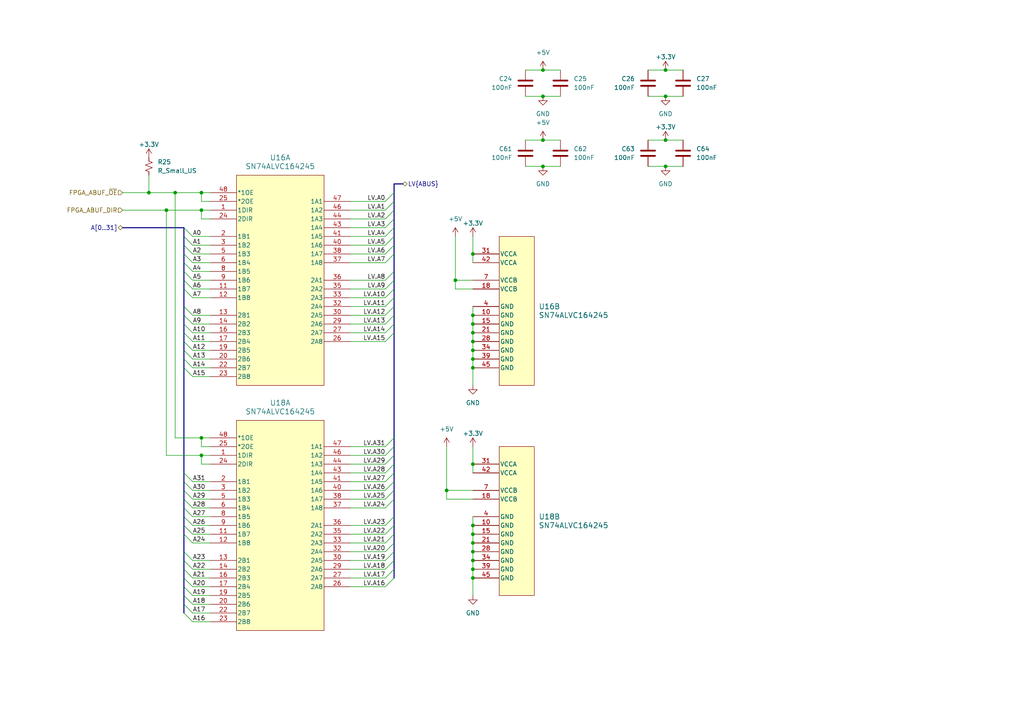
<source format=kicad_sch>
(kicad_sch (version 20230121) (generator eeschema)
  (paper "A4")
  (lib_symbols
    (symbol "68040:SN74ALVC164245" (pin_names (offset 0.254))
      (property "Reference" "U" (at 0 35.56 0))
      (property "Value" "SN74ALVC164245" (at 0 33.02 0))
      (symbol "SN74ALVC164245_1_1"
        (rectangle (start -12.7 30.48) (end 12.7 -30.48) (fill (type background)))
        (pin input line (at -20.32 20.32 0) (length 7.62) (name "1DIR") (number "1"))
        (pin bidirectional line (at -20.32 -2.54 0) (length 7.62) (name "1B7") (number "11"))
        (pin bidirectional line (at -20.32 -5.08 0) (length 7.62) (name "1B8") (number "12"))
        (pin bidirectional line (at -20.32 -10.16 0) (length 7.62) (name "2B1") (number "13"))
        (pin bidirectional line (at -20.32 -12.7 0) (length 7.62) (name "2B2") (number "14"))
        (pin bidirectional line (at -20.32 -15.24 0) (length 7.62) (name "2B3") (number "16"))
        (pin bidirectional line (at -20.32 -17.78 0) (length 7.62) (name "2B4") (number "17"))
        (pin bidirectional line (at -20.32 -20.32 0) (length 7.62) (name "2B5") (number "19"))
        (pin bidirectional line (at -20.32 12.7 0) (length 7.62) (name "1B1") (number "2"))
        (pin bidirectional line (at -20.32 -22.86 0) (length 7.62) (name "2B6") (number "20"))
        (pin bidirectional line (at -20.32 -25.4 0) (length 7.62) (name "2B7") (number "22"))
        (pin bidirectional line (at -20.32 -27.94 0) (length 7.62) (name "2B8") (number "23"))
        (pin input line (at -20.32 17.78 0) (length 7.62) (name "2DIR") (number "24"))
        (pin input line (at -20.32 22.86 0) (length 7.62) (name "*2OE") (number "25"))
        (pin bidirectional line (at 20.32 -17.78 180) (length 7.62) (name "2A8") (number "26"))
        (pin bidirectional line (at 20.32 -15.24 180) (length 7.62) (name "2A7") (number "27"))
        (pin bidirectional line (at 20.32 -12.7 180) (length 7.62) (name "2A6") (number "29"))
        (pin bidirectional line (at -20.32 10.16 0) (length 7.62) (name "1B2") (number "3"))
        (pin bidirectional line (at 20.32 -10.16 180) (length 7.62) (name "2A5") (number "30"))
        (pin bidirectional line (at 20.32 -7.62 180) (length 7.62) (name "2A4") (number "32"))
        (pin bidirectional line (at 20.32 -5.08 180) (length 7.62) (name "2A3") (number "33"))
        (pin bidirectional line (at 20.32 -2.54 180) (length 7.62) (name "2A2") (number "35"))
        (pin bidirectional line (at 20.32 0 180) (length 7.62) (name "2A1") (number "36"))
        (pin bidirectional line (at 20.32 5.08 180) (length 7.62) (name "1A8") (number "37"))
        (pin bidirectional line (at 20.32 7.62 180) (length 7.62) (name "1A7") (number "38"))
        (pin bidirectional line (at 20.32 10.16 180) (length 7.62) (name "1A6") (number "40"))
        (pin bidirectional line (at 20.32 12.7 180) (length 7.62) (name "1A5") (number "41"))
        (pin bidirectional line (at 20.32 15.24 180) (length 7.62) (name "1A4") (number "43"))
        (pin bidirectional line (at 20.32 17.78 180) (length 7.62) (name "1A3") (number "44"))
        (pin bidirectional line (at 20.32 20.32 180) (length 7.62) (name "1A2") (number "46"))
        (pin bidirectional line (at 20.32 22.86 180) (length 7.62) (name "1A1") (number "47"))
        (pin input line (at -20.32 25.4 0) (length 7.62) (name "*1OE") (number "48"))
        (pin bidirectional line (at -20.32 7.62 0) (length 7.62) (name "1B3") (number "5"))
        (pin bidirectional line (at -20.32 5.08 0) (length 7.62) (name "1B4") (number "6"))
        (pin bidirectional line (at -20.32 2.54 0) (length 7.62) (name "1B5") (number "8"))
        (pin bidirectional line (at -20.32 0 0) (length 7.62) (name "1B6") (number "9"))
      )
      (symbol "SN74ALVC164245_2_1"
        (rectangle (start 7.62 5.08) (end 17.78 -38.1) (fill (type background)))
        (pin power_in line (at 0 -17.78 0) (length 7.62) (name "GND") (number "10"))
        (pin power_in line (at 0 -20.32 0) (length 7.62) (name "GND") (number "15"))
        (pin power_in line (at 0 -10.16 0) (length 7.62) (name "VCCB") (number "18"))
        (pin power_in line (at 0 -22.86 0) (length 7.62) (name "GND") (number "21"))
        (pin power_in line (at 0 -25.4 0) (length 7.62) (name "GND") (number "28"))
        (pin power_in line (at 0 0 0) (length 7.62) (name "VCCA") (number "31"))
        (pin power_in line (at 0 -27.94 0) (length 7.62) (name "GND") (number "34"))
        (pin power_in line (at 0 -30.48 0) (length 7.62) (name "GND") (number "39"))
        (pin power_in line (at 0 -15.24 0) (length 7.62) (name "GND") (number "4"))
        (pin power_in line (at 0 -2.54 0) (length 7.62) (name "VCCA") (number "42"))
        (pin power_in line (at 0 -33.02 0) (length 7.62) (name "GND") (number "45"))
        (pin power_in line (at 0 -7.62 0) (length 7.62) (name "VCCB") (number "7"))
      )
    )
    (symbol "Device:C" (pin_numbers hide) (pin_names (offset 0.254))
      (property "Reference" "C" (at 0.635 2.54 0))
      (property "Value" "C" (at 0.635 -2.54 0))
      (symbol "C_0_1"
        (polyline (pts (xy -2.032 -0.762) (xy 2.032 -0.762)) (stroke (width 0.508)))
        (polyline (pts (xy -2.032 0.762) (xy 2.032 0.762)) (stroke (width 0.508)))
      )
      (symbol "C_1_1"
        (pin passive line (at 0 3.81 270) (length 2.794) (name "~") (number "1"))
        (pin passive line (at 0 -3.81 90) (length 2.794) (name "~") (number "2"))
      )
    )
    (symbol "Device:R_Small_US" (pin_numbers hide) (pin_names (offset 0.254) hide)
      (property "Reference" "R" (at 0.762 0.508 0))
      (property "Value" "R_Small_US" (at 0.762 -1.016 0))
      (symbol "R_Small_US_1_1"
        (polyline (pts (xy 0 0) (xy 1.016 -0.381) (xy 0 -0.762) (xy -1.016 -1.143) (xy 0 -1.524)))
        (polyline (pts (xy 0 1.524) (xy 1.016 1.143) (xy 0 0.762) (xy -1.016 0.381) (xy 0 0)))
        (pin passive line (at 0 2.54 270) (length 1.016) (name "~") (number "1"))
        (pin passive line (at 0 -2.54 90) (length 1.016) (name "~") (number "2"))
      )
    )
    (symbol "power:+3.3V" (power) (pin_names (offset 0))
      (property "Value" "+3.3V" (at 0 3.556 0))
      (symbol "+3.3V_0_1"
        (polyline (pts (xy -0.762 1.27) (xy 0 2.54)))
        (polyline (pts (xy 0 0) (xy 0 2.54)))
        (polyline (pts (xy 0 2.54) (xy 0.762 1.27)))
      )
      (symbol "+3.3V_1_1"
        (pin power_in line (at 0 0 90) (length 0) hide (name "+3.3V") (number "1"))
      )
    )
    (symbol "power:+5V" (power) (pin_names (offset 0))
      (property "Value" "+5V" (at 0 3.556 0))
      (symbol "+5V_0_1"
        (polyline (pts (xy -0.762 1.27) (xy 0 2.54)))
        (polyline (pts (xy 0 0) (xy 0 2.54)))
        (polyline (pts (xy 0 2.54) (xy 0.762 1.27)))
      )
      (symbol "+5V_1_1"
        (pin power_in line (at 0 0 90) (length 0) hide (name "+5V") (number "1"))
      )
    )
    (symbol "power:GND" (power) (pin_names (offset 0))
      (property "Value" "GND" (at 0 -3.81 0))
      (symbol "GND_0_1"
        (polyline (pts (xy 0 0) (xy 0 -1.27) (xy 1.27 -1.27) (xy 0 -2.54) (xy -1.27 -1.27) (xy 0 -1.27)))
      )
      (symbol "GND_1_1"
        (pin power_in line (at 0 0 270) (length 0) hide (name "GND") (number "1"))
      )
    )
  )
  (junction (at 193.04 48.26))
  (junction (at 137.16 93.98))
  (junction (at 137.16 167.64))
  (junction (at 193.04 20.32))
  (junction (at 137.16 104.14))
  (junction (at 137.16 106.68))
  (junction (at 157.48 48.26))
  (junction (at 137.16 165.1))
  (junction (at 137.16 162.56))
  (junction (at 43.18 55.88))
  (junction (at 50.8 55.88))
  (junction (at 137.16 96.52))
  (junction (at 137.16 134.62))
  (junction (at 157.48 27.94))
  (junction (at 137.16 73.66))
  (junction (at 137.16 157.48))
  (junction (at 129.54 142.24))
  (junction (at 157.48 20.32))
  (junction (at 193.04 27.94))
  (junction (at 132.08 81.28))
  (junction (at 58.42 132.08))
  (junction (at 137.16 160.02))
  (junction (at 137.16 99.06))
  (junction (at 137.16 101.6))
  (junction (at 137.16 91.44))
  (junction (at 193.04 40.64))
  (junction (at 48.26 60.96))
  (junction (at 58.42 127))
  (junction (at 137.16 152.4))
  (junction (at 137.16 154.94))
  (junction (at 157.48 40.64))
  (junction (at 58.42 55.88))
  (junction (at 58.42 60.96))
  (bus_entry (at 111.76 93.98) (size 2.54 -2.54))
  (bus_entry (at 53.34 175.26) (size 2.54 2.54))
  (bus_entry (at 111.76 63.5) (size 2.54 -2.54))
  (bus_entry (at 111.76 162.56) (size 2.54 -2.54))
  (bus_entry (at 111.76 167.64) (size 2.54 -2.54))
  (bus_entry (at 53.34 137.16) (size 2.54 2.54))
  (bus_entry (at 111.76 99.06) (size 2.54 -2.54))
  (bus_entry (at 53.34 71.12) (size 2.54 2.54))
  (bus_entry (at 53.34 101.6) (size 2.54 2.54))
  (bus_entry (at 111.76 152.4) (size 2.54 -2.54))
  (bus_entry (at 111.76 66.04) (size 2.54 -2.54))
  (bus_entry (at 53.34 99.06) (size 2.54 2.54))
  (bus_entry (at 111.76 142.24) (size 2.54 -2.54))
  (bus_entry (at 53.34 73.66) (size 2.54 2.54))
  (bus_entry (at 111.76 154.94) (size 2.54 -2.54))
  (bus_entry (at 53.34 78.74) (size 2.54 2.54))
  (bus_entry (at 53.34 165.1) (size 2.54 2.54))
  (bus_entry (at 111.76 60.96) (size 2.54 -2.54))
  (bus_entry (at 111.76 71.12) (size 2.54 -2.54))
  (bus_entry (at 111.76 76.2) (size 2.54 -2.54))
  (bus_entry (at 111.76 96.52) (size 2.54 -2.54))
  (bus_entry (at 53.34 91.44) (size 2.54 2.54))
  (bus_entry (at 53.34 83.82) (size 2.54 2.54))
  (bus_entry (at 53.34 81.28) (size 2.54 2.54))
  (bus_entry (at 53.34 147.32) (size 2.54 2.54))
  (bus_entry (at 111.76 91.44) (size 2.54 -2.54))
  (bus_entry (at 53.34 96.52) (size 2.54 2.54))
  (bus_entry (at 111.76 157.48) (size 2.54 -2.54))
  (bus_entry (at 53.34 162.56) (size 2.54 2.54))
  (bus_entry (at 111.76 68.58) (size 2.54 -2.54))
  (bus_entry (at 53.34 170.18) (size 2.54 2.54))
  (bus_entry (at 53.34 177.8) (size 2.54 2.54))
  (bus_entry (at 111.76 137.16) (size 2.54 -2.54))
  (bus_entry (at 111.76 165.1) (size 2.54 -2.54))
  (bus_entry (at 53.34 149.86) (size 2.54 2.54))
  (bus_entry (at 111.76 81.28) (size 2.54 -2.54))
  (bus_entry (at 53.34 167.64) (size 2.54 2.54))
  (bus_entry (at 111.76 147.32) (size 2.54 -2.54))
  (bus_entry (at 53.34 152.4) (size 2.54 2.54))
  (bus_entry (at 111.76 134.62) (size 2.54 -2.54))
  (bus_entry (at 53.34 142.24) (size 2.54 2.54))
  (bus_entry (at 111.76 88.9) (size 2.54 -2.54))
  (bus_entry (at 111.76 144.78) (size 2.54 -2.54))
  (bus_entry (at 53.34 88.9) (size 2.54 2.54))
  (bus_entry (at 53.34 144.78) (size 2.54 2.54))
  (bus_entry (at 111.76 132.08) (size 2.54 -2.54))
  (bus_entry (at 111.76 160.02) (size 2.54 -2.54))
  (bus_entry (at 53.34 93.98) (size 2.54 2.54))
  (bus_entry (at 111.76 58.42) (size 2.54 -2.54))
  (bus_entry (at 111.76 83.82) (size 2.54 -2.54))
  (bus_entry (at 111.76 86.36) (size 2.54 -2.54))
  (bus_entry (at 53.34 139.7) (size 2.54 2.54))
  (bus_entry (at 53.34 68.58) (size 2.54 2.54))
  (bus_entry (at 53.34 76.2) (size 2.54 2.54))
  (bus_entry (at 111.76 129.54) (size 2.54 -2.54))
  (bus_entry (at 53.34 154.94) (size 2.54 2.54))
  (bus_entry (at 53.34 160.02) (size 2.54 2.54))
  (bus_entry (at 111.76 139.7) (size 2.54 -2.54))
  (bus_entry (at 53.34 104.14) (size 2.54 2.54))
  (bus_entry (at 53.34 66.04) (size 2.54 2.54))
  (bus_entry (at 53.34 172.72) (size 2.54 2.54))
  (bus_entry (at 111.76 170.18) (size 2.54 -2.54))
  (bus_entry (at 111.76 73.66) (size 2.54 -2.54))
  (bus_entry (at 53.34 106.68) (size 2.54 2.54))
  (wire (pts (xy 58.42 127) (xy 50.8 127)))
  (wire (pts (xy 132.08 83.82) (xy 137.16 83.82)))
  (wire (pts (xy 157.48 48.26) (xy 162.56 48.26)))
  (bus (pts (xy 114.3 154.94) (xy 114.3 157.48)))
  (wire (pts (xy 60.96 63.5) (xy 58.42 63.5)))
  (wire (pts (xy 60.96 58.42) (xy 58.42 58.42)))
  (wire (pts (xy 137.16 162.56) (xy 137.16 165.1)))
  (wire (pts (xy 137.16 154.94) (xy 137.16 157.48)))
  (bus (pts (xy 53.34 76.2) (xy 53.34 78.74)))
  (wire (pts (xy 55.88 73.66) (xy 60.96 73.66)))
  (bus (pts (xy 53.34 73.66) (xy 53.34 76.2)))
  (bus (pts (xy 53.34 170.18) (xy 53.34 172.72)))
  (wire (pts (xy 101.6 66.04) (xy 111.76 66.04)))
  (wire (pts (xy 157.48 40.64) (xy 162.56 40.64)))
  (bus (pts (xy 114.3 134.62) (xy 114.3 137.16)))
  (bus (pts (xy 114.3 160.02) (xy 114.3 162.56)))
  (bus (pts (xy 114.3 152.4) (xy 114.3 154.94)))
  (wire (pts (xy 101.6 134.62) (xy 111.76 134.62)))
  (wire (pts (xy 101.6 147.32) (xy 111.76 147.32)))
  (wire (pts (xy 187.96 48.26) (xy 193.04 48.26)))
  (bus (pts (xy 53.34 137.16) (xy 53.34 139.7)))
  (wire (pts (xy 50.8 127) (xy 50.8 55.88)))
  (wire (pts (xy 43.18 55.88) (xy 50.8 55.88)))
  (bus (pts (xy 114.3 53.34) (xy 114.3 55.88)))
  (bus (pts (xy 53.34 91.44) (xy 53.34 93.98)))
  (wire (pts (xy 55.88 147.32) (xy 60.96 147.32)))
  (wire (pts (xy 132.08 81.28) (xy 132.08 83.82)))
  (bus (pts (xy 114.3 162.56) (xy 114.3 165.1)))
  (bus (pts (xy 53.34 78.74) (xy 53.34 81.28)))
  (wire (pts (xy 129.54 144.78) (xy 137.16 144.78)))
  (wire (pts (xy 55.88 167.64) (xy 60.96 167.64)))
  (wire (pts (xy 137.16 88.9) (xy 137.16 91.44)))
  (bus (pts (xy 114.3 73.66) (xy 114.3 78.74)))
  (wire (pts (xy 157.48 20.32) (xy 162.56 20.32)))
  (wire (pts (xy 55.88 96.52) (xy 60.96 96.52)))
  (wire (pts (xy 55.88 157.48) (xy 60.96 157.48)))
  (wire (pts (xy 101.6 132.08) (xy 111.76 132.08)))
  (wire (pts (xy 55.88 180.34) (xy 60.96 180.34)))
  (wire (pts (xy 55.88 165.1) (xy 60.96 165.1)))
  (wire (pts (xy 58.42 129.54) (xy 58.42 127)))
  (bus (pts (xy 53.34 106.68) (xy 53.34 137.16)))
  (bus (pts (xy 114.3 142.24) (xy 114.3 144.78)))
  (wire (pts (xy 193.04 40.64) (xy 198.12 40.64)))
  (wire (pts (xy 137.16 165.1) (xy 137.16 167.64)))
  (wire (pts (xy 101.6 129.54) (xy 111.76 129.54)))
  (wire (pts (xy 101.6 165.1) (xy 111.76 165.1)))
  (bus (pts (xy 114.3 83.82) (xy 114.3 86.36)))
  (bus (pts (xy 53.34 81.28) (xy 53.34 83.82)))
  (wire (pts (xy 55.88 109.22) (xy 60.96 109.22)))
  (wire (pts (xy 35.56 55.88) (xy 43.18 55.88)))
  (bus (pts (xy 53.34 142.24) (xy 53.34 144.78)))
  (bus (pts (xy 116.84 53.34) (xy 114.3 53.34)))
  (wire (pts (xy 193.04 48.26) (xy 198.12 48.26)))
  (wire (pts (xy 55.88 106.68) (xy 60.96 106.68)))
  (wire (pts (xy 58.42 55.88) (xy 60.96 55.88)))
  (wire (pts (xy 101.6 58.42) (xy 111.76 58.42)))
  (bus (pts (xy 114.3 68.58) (xy 114.3 71.12)))
  (wire (pts (xy 101.6 86.36) (xy 111.76 86.36)))
  (wire (pts (xy 101.6 93.98) (xy 111.76 93.98)))
  (bus (pts (xy 53.34 99.06) (xy 53.34 101.6)))
  (wire (pts (xy 187.96 27.94) (xy 193.04 27.94)))
  (bus (pts (xy 114.3 78.74) (xy 114.3 81.28)))
  (wire (pts (xy 101.6 63.5) (xy 111.76 63.5)))
  (wire (pts (xy 101.6 139.7) (xy 111.76 139.7)))
  (wire (pts (xy 55.88 81.28) (xy 60.96 81.28)))
  (wire (pts (xy 152.4 40.64) (xy 157.48 40.64)))
  (wire (pts (xy 137.16 106.68) (xy 137.16 111.76)))
  (wire (pts (xy 58.42 63.5) (xy 58.42 60.96)))
  (wire (pts (xy 60.96 129.54) (xy 58.42 129.54)))
  (wire (pts (xy 137.16 149.86) (xy 137.16 152.4)))
  (wire (pts (xy 55.88 170.18) (xy 60.96 170.18)))
  (wire (pts (xy 137.16 93.98) (xy 137.16 96.52)))
  (wire (pts (xy 129.54 129.54) (xy 129.54 142.24)))
  (wire (pts (xy 137.16 101.6) (xy 137.16 104.14)))
  (bus (pts (xy 53.34 160.02) (xy 53.34 162.56)))
  (wire (pts (xy 101.6 137.16) (xy 111.76 137.16)))
  (wire (pts (xy 55.88 149.86) (xy 60.96 149.86)))
  (bus (pts (xy 53.34 66.04) (xy 53.34 68.58)))
  (bus (pts (xy 114.3 88.9) (xy 114.3 91.44)))
  (wire (pts (xy 101.6 167.64) (xy 111.76 167.64)))
  (bus (pts (xy 53.34 83.82) (xy 53.34 88.9)))
  (bus (pts (xy 114.3 58.42) (xy 114.3 60.96)))
  (wire (pts (xy 101.6 162.56) (xy 111.76 162.56)))
  (wire (pts (xy 55.88 139.7) (xy 60.96 139.7)))
  (bus (pts (xy 114.3 66.04) (xy 114.3 68.58)))
  (wire (pts (xy 101.6 91.44) (xy 111.76 91.44)))
  (wire (pts (xy 48.26 60.96) (xy 58.42 60.96)))
  (bus (pts (xy 53.34 167.64) (xy 53.34 170.18)))
  (wire (pts (xy 101.6 142.24) (xy 111.76 142.24)))
  (wire (pts (xy 101.6 170.18) (xy 111.76 170.18)))
  (wire (pts (xy 101.6 160.02) (xy 111.76 160.02)))
  (bus (pts (xy 114.3 144.78) (xy 114.3 149.86)))
  (wire (pts (xy 187.96 40.64) (xy 193.04 40.64)))
  (bus (pts (xy 114.3 129.54) (xy 114.3 132.08)))
  (wire (pts (xy 55.88 154.94) (xy 60.96 154.94)))
  (bus (pts (xy 114.3 86.36) (xy 114.3 88.9)))
  (wire (pts (xy 58.42 58.42) (xy 58.42 55.88)))
  (bus (pts (xy 114.3 63.5) (xy 114.3 66.04)))
  (wire (pts (xy 137.16 96.52) (xy 137.16 99.06)))
  (wire (pts (xy 55.88 91.44) (xy 60.96 91.44)))
  (bus (pts (xy 53.34 162.56) (xy 53.34 165.1)))
  (wire (pts (xy 55.88 142.24) (xy 60.96 142.24)))
  (bus (pts (xy 114.3 165.1) (xy 114.3 167.64)))
  (bus (pts (xy 114.3 93.98) (xy 114.3 96.52)))
  (wire (pts (xy 101.6 154.94) (xy 111.76 154.94)))
  (wire (pts (xy 55.88 104.14) (xy 60.96 104.14)))
  (wire (pts (xy 101.6 157.48) (xy 111.76 157.48)))
  (wire (pts (xy 137.16 160.02) (xy 137.16 162.56)))
  (wire (pts (xy 101.6 73.66) (xy 111.76 73.66)))
  (wire (pts (xy 48.26 132.08) (xy 48.26 60.96)))
  (wire (pts (xy 55.88 93.98) (xy 60.96 93.98)))
  (wire (pts (xy 152.4 20.32) (xy 157.48 20.32)))
  (wire (pts (xy 129.54 142.24) (xy 137.16 142.24)))
  (bus (pts (xy 114.3 55.88) (xy 114.3 58.42)))
  (bus (pts (xy 53.34 68.58) (xy 53.34 71.12)))
  (wire (pts (xy 137.16 157.48) (xy 137.16 160.02)))
  (wire (pts (xy 55.88 68.58) (xy 60.96 68.58)))
  (bus (pts (xy 114.3 96.52) (xy 114.3 127)))
  (wire (pts (xy 101.6 99.06) (xy 111.76 99.06)))
  (wire (pts (xy 137.16 167.64) (xy 137.16 172.72)))
  (wire (pts (xy 58.42 134.62) (xy 58.42 132.08)))
  (wire (pts (xy 132.08 81.28) (xy 137.16 81.28)))
  (bus (pts (xy 114.3 132.08) (xy 114.3 134.62)))
  (wire (pts (xy 137.16 152.4) (xy 137.16 154.94)))
  (wire (pts (xy 187.96 20.32) (xy 193.04 20.32)))
  (wire (pts (xy 193.04 27.94) (xy 198.12 27.94)))
  (bus (pts (xy 53.34 101.6) (xy 53.34 104.14)))
  (wire (pts (xy 60.96 132.08) (xy 58.42 132.08)))
  (wire (pts (xy 55.88 86.36) (xy 60.96 86.36)))
  (wire (pts (xy 55.88 101.6) (xy 60.96 101.6)))
  (wire (pts (xy 55.88 177.8) (xy 60.96 177.8)))
  (wire (pts (xy 55.88 99.06) (xy 60.96 99.06)))
  (bus (pts (xy 53.34 149.86) (xy 53.34 152.4)))
  (bus (pts (xy 114.3 137.16) (xy 114.3 139.7)))
  (wire (pts (xy 55.88 172.72) (xy 60.96 172.72)))
  (bus (pts (xy 53.34 93.98) (xy 53.34 96.52)))
  (bus (pts (xy 53.34 165.1) (xy 53.34 167.64)))
  (wire (pts (xy 137.16 91.44) (xy 137.16 93.98)))
  (wire (pts (xy 152.4 27.94) (xy 157.48 27.94)))
  (wire (pts (xy 101.6 71.12) (xy 111.76 71.12)))
  (bus (pts (xy 53.34 172.72) (xy 53.34 175.26)))
  (wire (pts (xy 55.88 76.2) (xy 60.96 76.2)))
  (bus (pts (xy 53.34 147.32) (xy 53.34 149.86)))
  (wire (pts (xy 60.96 134.62) (xy 58.42 134.62)))
  (wire (pts (xy 101.6 76.2) (xy 111.76 76.2)))
  (bus (pts (xy 114.3 91.44) (xy 114.3 93.98)))
  (bus (pts (xy 114.3 127) (xy 114.3 129.54)))
  (bus (pts (xy 114.3 149.86) (xy 114.3 152.4)))
  (bus (pts (xy 114.3 71.12) (xy 114.3 73.66)))
  (bus (pts (xy 53.34 66.04) (xy 35.56 66.04)))
  (wire (pts (xy 101.6 144.78) (xy 111.76 144.78)))
  (wire (pts (xy 129.54 142.24) (xy 129.54 144.78)))
  (bus (pts (xy 114.3 157.48) (xy 114.3 160.02)))
  (wire (pts (xy 58.42 60.96) (xy 60.96 60.96)))
  (wire (pts (xy 137.16 134.62) (xy 137.16 137.16)))
  (wire (pts (xy 55.88 152.4) (xy 60.96 152.4)))
  (wire (pts (xy 132.08 68.58) (xy 132.08 81.28)))
  (wire (pts (xy 55.88 175.26) (xy 60.96 175.26)))
  (wire (pts (xy 193.04 20.32) (xy 198.12 20.32)))
  (wire (pts (xy 137.16 129.54) (xy 137.16 134.62)))
  (bus (pts (xy 114.3 139.7) (xy 114.3 142.24)))
  (wire (pts (xy 50.8 55.88) (xy 58.42 55.88)))
  (wire (pts (xy 101.6 96.52) (xy 111.76 96.52)))
  (wire (pts (xy 101.6 83.82) (xy 111.76 83.82)))
  (wire (pts (xy 101.6 81.28) (xy 111.76 81.28)))
  (wire (pts (xy 137.16 104.14) (xy 137.16 106.68)))
  (wire (pts (xy 55.88 162.56) (xy 60.96 162.56)))
  (wire (pts (xy 137.16 99.06) (xy 137.16 101.6)))
  (bus (pts (xy 53.34 144.78) (xy 53.34 147.32)))
  (wire (pts (xy 55.88 144.78) (xy 60.96 144.78)))
  (wire (pts (xy 137.16 73.66) (xy 137.16 76.2)))
  (wire (pts (xy 101.6 88.9) (xy 111.76 88.9)))
  (bus (pts (xy 114.3 81.28) (xy 114.3 83.82)))
  (wire (pts (xy 55.88 71.12) (xy 60.96 71.12)))
  (wire (pts (xy 137.16 68.58) (xy 137.16 73.66)))
  (bus (pts (xy 114.3 60.96) (xy 114.3 63.5)))
  (wire (pts (xy 35.56 60.96) (xy 48.26 60.96)))
  (wire (pts (xy 157.48 27.94) (xy 162.56 27.94)))
  (wire (pts (xy 60.96 127) (xy 58.42 127)))
  (bus (pts (xy 53.34 175.26) (xy 53.34 177.8)))
  (bus (pts (xy 53.34 96.52) (xy 53.34 99.06)))
  (bus (pts (xy 53.34 154.94) (xy 53.34 160.02)))
  (wire (pts (xy 55.88 83.82) (xy 60.96 83.82)))
  (wire (pts (xy 55.88 78.74) (xy 60.96 78.74)))
  (bus (pts (xy 53.34 88.9) (xy 53.34 91.44)))
  (bus (pts (xy 53.34 104.14) (xy 53.34 106.68)))
  (bus (pts (xy 53.34 152.4) (xy 53.34 154.94)))
  (wire (pts (xy 101.6 60.96) (xy 111.76 60.96)))
  (bus (pts (xy 53.34 71.12) (xy 53.34 73.66)))
  (wire (pts (xy 101.6 68.58) (xy 111.76 68.58)))
  (bus (pts (xy 53.34 139.7) (xy 53.34 142.24)))
  (wire (pts (xy 43.18 50.8) (xy 43.18 55.88)))
  (wire (pts (xy 152.4 48.26) (xy 157.48 48.26)))
  (wire (pts (xy 58.42 132.08) (xy 48.26 132.08)))
  (wire (pts (xy 101.6 152.4) (xy 111.76 152.4)))
  (label "LV.A5" (at 111.76 71.12 180))
  (label "LV.A4" (at 111.76 68.58 180))
  (label "A9" (at 55.88 93.98 0))
  (label "A15" (at 55.88 109.22 0))
  (label "LV.A19" (at 111.76 162.56 180))
  (label "A17" (at 55.88 177.8 0))
  (label "A29" (at 55.88 144.78 0))
  (label "LV.A31" (at 111.76 129.54 180))
  (label "A27" (at 55.88 149.86 0))
  (label "A23" (at 55.88 162.56 0))
  (label "LV.A18" (at 111.76 165.1 180))
  (label "A20" (at 55.88 170.18 0))
  (label "LV.A25" (at 111.76 144.78 180))
  (label "LV.A3" (at 111.76 66.04 180))
  (label "LV.A6" (at 111.76 73.66 180))
  (label "LV.A24" (at 111.76 147.32 180))
  (label "LV.A7" (at 111.76 76.2 180))
  (label "A30" (at 55.88 142.24 0))
  (label "A19" (at 55.88 172.72 0))
  (label "A8" (at 55.88 91.44 0))
  (label "A21" (at 55.88 167.64 0))
  (label "A12" (at 55.88 101.6 0))
  (label "LV.A12" (at 111.76 91.44 180))
  (label "A0" (at 55.88 68.58 0))
  (label "LV.A10" (at 111.76 86.36 180))
  (label "LV.A17" (at 111.76 167.64 180))
  (label "A18" (at 55.88 175.26 0))
  (label "LV.A1" (at 111.76 60.96 180))
  (label "LV.A22" (at 111.76 154.94 180))
  (label "LV.A29" (at 111.76 134.62 180))
  (label "A25" (at 55.88 154.94 0))
  (label "LV.A13" (at 111.76 93.98 180))
  (label "LV.A28" (at 111.76 137.16 180))
  (label "LV.A21" (at 111.76 157.48 180))
  (label "A24" (at 55.88 157.48 0))
  (label "A11" (at 55.88 99.06 0))
  (label "A7" (at 55.88 86.36 0))
  (label "LV.A16" (at 111.76 170.18 180))
  (label "LV.A2" (at 111.76 63.5 180))
  (label "A22" (at 55.88 165.1 0))
  (label "A3" (at 55.88 76.2 0))
  (label "A10" (at 55.88 96.52 0))
  (label "LV.A15" (at 111.76 99.06 180))
  (label "A28" (at 55.88 147.32 0))
  (label "A26" (at 55.88 152.4 0))
  (label "LV.A0" (at 111.76 58.42 180))
  (label "A13" (at 55.88 104.14 0))
  (label "A16" (at 55.88 180.34 0))
  (label "LV.A30" (at 111.76 132.08 180))
  (label "LV.A26" (at 111.76 142.24 180))
  (label "LV.A27" (at 111.76 139.7 180))
  (label "LV.A8" (at 111.76 81.28 180))
  (label "A6" (at 55.88 83.82 0))
  (label "A5" (at 55.88 81.28 0))
  (label "LV.A9" (at 111.76 83.82 180))
  (label "LV.A14" (at 111.76 96.52 180))
  (label "LV.A20" (at 111.76 160.02 180))
  (label "A1" (at 55.88 71.12 0))
  (label "LV.A11" (at 111.76 88.9 180))
  (label "A2" (at 55.88 73.66 0))
  (label "LV.A23" (at 111.76 152.4 180))
  (label "A4" (at 55.88 78.74 0))
  (label "A31" (at 55.88 139.7 0))
  (label "A14" (at 55.88 106.68 0))
  (hierarchical_label "A[0..31]" (shape tri_state) (at 35.56 66.04 180))
  (hierarchical_label "LV{ABUS}" (shape tri_state) (at 116.84 53.34 0))
  (hierarchical_label "FPGA_ABUF_~{OE}" (shape input) (at 35.56 55.88 180))
  (hierarchical_label "FPGA_ABUF_DIR" (shape input) (at 35.56 60.96 180))
  (symbol (lib_id "power:GND") (at 157.48 48.26 0) (unit 1)
    (property "Reference" "#PWR0204" (effects hide))
    (property "Value" "GND" (at 157.48 53.34 0))
  )
  (symbol (lib_id "power:GND") (at 137.16 111.76 0) (unit 1)
    (property "Reference" "#PWR0190" (effects hide))
    (property "Value" "GND" (at 137.16 116.84 0))
  )
  (symbol (lib_id "power:+3.3V") (at 193.04 40.64 0) (unit 1)
    (property "Reference" "#PWR0207" (effects hide))
    (property "Value" "+3.3V" (at 193.04 36.83 0))
  )
  (symbol (lib_id "Device:C") (at 198.12 24.13 0) (unit 1)
    (property "Reference" "C27" (at 201.93 22.86 0) (effects (justify left)))
    (property "Value" "100nF" (at 201.93 25.4 0) (effects (justify left)))
  )
  (symbol (lib_id "power:+5V") (at 132.08 68.58 0) (unit 1)
    (property "Reference" "#PWR0107" (effects hide))
    (property "Value" "+5V" (at 132.08 63.5 0))
  )
  (symbol (lib_id "68040:SN74ALVC164245") (at 137.16 134.62 0) (unit 2)
    (property "Reference" "U18" (at 156.21 149.86 0) (effects (font (size 1.524 1.524)) (justify left)))
    (property "Value" "SN74ALVC164245" (at 156.21 152.4 0) (effects (font (size 1.524 1.524)) (justify left)))
    (property "Footprint" "Package_SO:TSSOP-48_6.1x12.5mm_P0.5mm" (effects hide))
    (property "Datasheet" "SN74ALVC164245DLR" (effects hide))
  )
  (symbol (lib_id "power:+5V") (at 157.48 40.64 0) (unit 1)
    (property "Reference" "#PWR0192" (effects hide))
    (property "Value" "+5V" (at 157.48 35.56 0))
  )
  (symbol (lib_id "Device:C") (at 187.96 24.13 0) (mirror y) (unit 1)
    (property "Reference" "C26" (at 184.15 22.86 0) (effects (justify left)))
    (property "Value" "100nF" (at 184.15 25.4 0) (effects (justify left)))
  )
  (symbol (lib_id "Device:C") (at 198.12 44.45 0) (unit 1)
    (property "Reference" "C64" (at 201.93 43.18 0) (effects (justify left)))
    (property "Value" "100nF" (at 201.93 45.72 0) (effects (justify left)))
  )
  (symbol (lib_id "Device:C") (at 162.56 44.45 0) (unit 1)
    (property "Reference" "C62" (at 166.37 43.18 0) (effects (justify left)))
    (property "Value" "100nF" (at 166.37 45.72 0) (effects (justify left)))
  )
  (symbol (lib_id "power:GND") (at 193.04 27.94 0) (unit 1)
    (property "Reference" "#PWR099" (effects hide))
    (property "Value" "GND" (at 193.04 33.02 0))
  )
  (symbol (lib_id "Device:R_Small_US") (at 43.18 48.26 0) (unit 1)
    (property "Reference" "R25" (at 45.72 46.99 0) (effects (justify left)))
    (property "Value" "R_Small_US" (at 45.72 49.53 0) (effects (justify left)))
  )
  (symbol (lib_id "68040:SN74ALVC164245") (at 81.28 152.4 0) (unit 1)
    (property "Reference" "U18" (at 81.28 116.84 0) (effects (font (size 1.524 1.524))))
    (property "Value" "SN74ALVC164245" (at 81.28 119.38 0) (effects (font (size 1.524 1.524))))
    (property "Footprint" "Package_SO:TSSOP-48_6.1x12.5mm_P0.5mm" (effects hide))
    (property "Datasheet" "SN74ALVC164245DLR" (effects hide))
  )
  (symbol (lib_id "68040:SN74ALVC164245") (at 137.16 73.66 0) (unit 2)
    (property "Reference" "U16" (at 156.21 88.9 0) (effects (font (size 1.524 1.524)) (justify left)))
    (property "Value" "SN74ALVC164245" (at 156.21 91.44 0) (effects (font (size 1.524 1.524)) (justify left)))
    (property "Footprint" "Package_SO:TSSOP-48_6.1x12.5mm_P0.5mm" (effects hide))
    (property "Datasheet" "SN74ALVC164245DLR" (effects hide))
  )
  (symbol (lib_id "power:GND") (at 157.48 27.94 0) (unit 1)
    (property "Reference" "#PWR0101" (effects hide))
    (property "Value" "GND" (at 157.48 33.02 0))
  )
  (symbol (lib_id "power:+5V") (at 157.48 20.32 0) (unit 1)
    (property "Reference" "#PWR027" (effects hide))
    (property "Value" "+5V" (at 157.48 15.24 0))
  )
  (symbol (lib_id "power:+3.3V") (at 137.16 68.58 0) (unit 1)
    (property "Reference" "#PWR0189" (effects hide))
    (property "Value" "+3.3V" (at 137.16 64.77 0))
  )
  (symbol (lib_id "power:GND") (at 193.04 48.26 0) (unit 1)
    (property "Reference" "#PWR0208" (effects hide))
    (property "Value" "GND" (at 193.04 53.34 0))
  )
  (symbol (lib_id "power:+5V") (at 129.54 129.54 0) (unit 1)
    (property "Reference" "#PWR0106" (effects hide))
    (property "Value" "+5V" (at 129.54 124.46 0))
  )
  (symbol (lib_id "power:+3.3V") (at 137.16 129.54 0) (unit 1)
    (property "Reference" "#PWR097" (effects hide))
    (property "Value" "+3.3V" (at 137.16 125.73 0))
  )
  (symbol (lib_id "power:+3.3V") (at 43.18 45.72 0) (unit 1)
    (property "Reference" "#PWR0209" (effects hide))
    (property "Value" "+3.3V" (at 43.18 41.91 0))
  )
  (symbol (lib_id "power:+3.3V") (at 193.04 20.32 0) (unit 1)
    (property "Reference" "#PWR0100" (effects hide))
    (property "Value" "+3.3V" (at 193.04 16.51 0))
  )
  (symbol (lib_id "Device:C") (at 152.4 24.13 0) (mirror y) (unit 1)
    (property "Reference" "C24" (at 148.59 22.86 0) (effects (justify left)))
    (property "Value" "100nF" (at 148.59 25.4 0) (effects (justify left)))
  )
  (symbol (lib_id "68040:SN74ALVC164245") (at 81.28 81.28 0) (unit 1)
    (property "Reference" "U16" (at 81.28 45.72 0) (effects (font (size 1.524 1.524))))
    (property "Value" "SN74ALVC164245" (at 81.28 48.26 0) (effects (font (size 1.524 1.524))))
    (property "Footprint" "Package_SO:TSSOP-48_6.1x12.5mm_P0.5mm" (effects hide))
    (property "Datasheet" "SN74ALVC164245DLR" (effects hide))
  )
  (symbol (lib_id "power:GND") (at 137.16 172.72 0) (unit 1)
    (property "Reference" "#PWR0191" (effects hide))
    (property "Value" "GND" (at 137.16 177.8 0))
  )
  (symbol (lib_id "Device:C") (at 152.4 44.45 0) (mirror y) (unit 1)
    (property "Reference" "C61" (at 148.59 43.18 0) (effects (justify left)))
    (property "Value" "100nF" (at 148.59 45.72 0) (effects (justify left)))
  )
  (symbol (lib_id "Device:C") (at 162.56 24.13 0) (unit 1)
    (property "Reference" "C25" (at 166.37 22.86 0) (effects (justify left)))
    (property "Value" "100nF" (at 166.37 25.4 0) (effects (justify left)))
  )
  (symbol (lib_id "Device:C") (at 187.96 44.45 0) (mirror y) (unit 1)
    (property "Reference" "C63" (at 184.15 43.18 0) (effects (justify left)))
    (property "Value" "100nF" (at 184.15 45.72 0) (effects (justify left)))
  )
)
</source>
